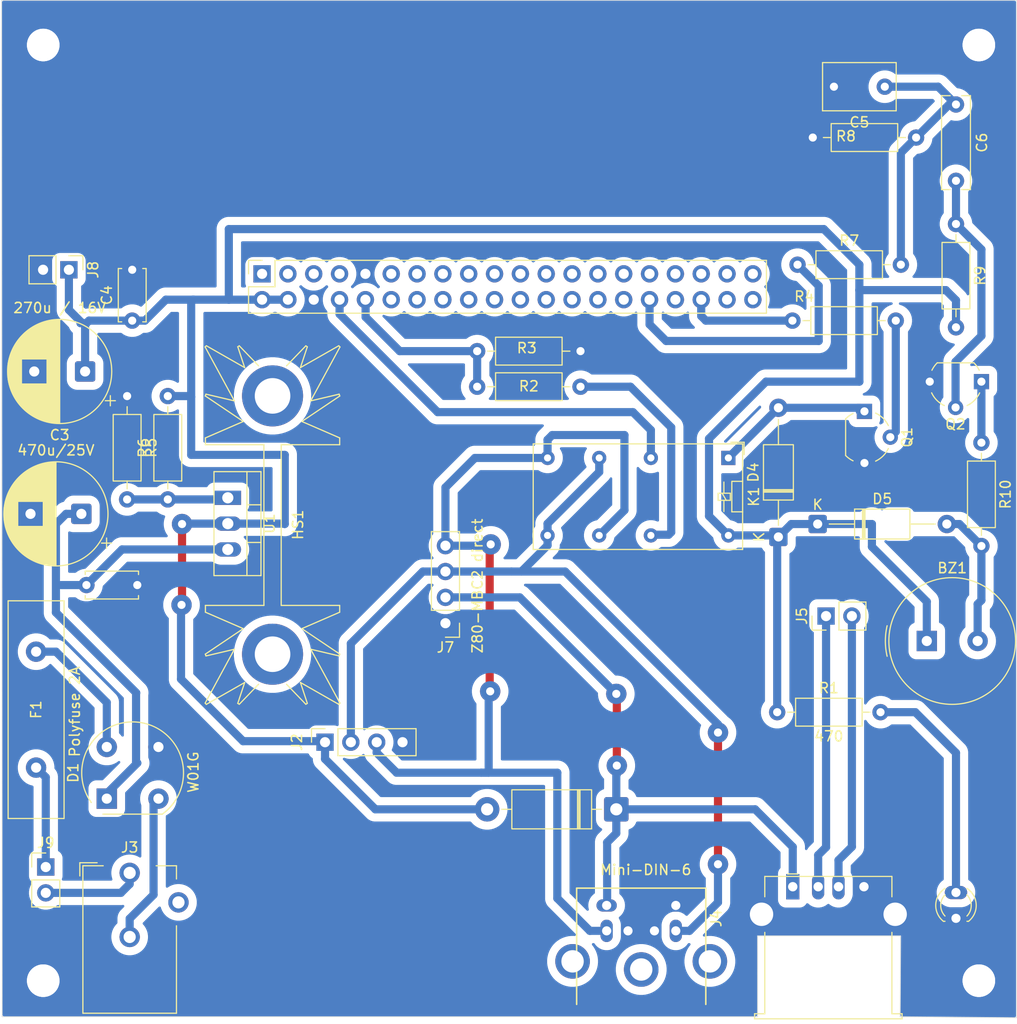
<source format=kicad_pcb>
(kicad_pcb (version 20241229) (generator "pcbnew") (generator_version "9.0")
  (title_block (date "15 nov 2012"))
  (layers (0 "F.Cu" signal) (2 "B.Cu" signal) (13 "F.Paste" user) (15 "B.Paste" user) (5 "F.SilkS" user "F.Silkscreen") (7 "B.SilkS" user "B.Silkscreen") (1 "F.Mask" user) (3 "B.Mask" user) (25 "Edge.Cuts" user))
  (net 0 "")
  (net 1 "GND")
  (net 2 "/GPIO2{slash}SDA1")
  (net 3 "/GPIO3{slash}SCL1")
  (net 4 "/GPIO4{slash}GPCLK0")
  (net 5 "/GPIO14{slash}TXD0")
  (net 6 "/GPIO15{slash}RXD0")
  (net 7 "/GPIO17")
  (net 8 "/GPIO18{slash}PCM.CLK")
  (net 9 "/GPIO27")
  (net 10 "/GPIO22")
  (net 11 "/GPIO23")
  (net 12 "/GPIO26")
  (net 13 "/GPIO24")
  (net 14 "/GPIO10{slash}SPI0.MOSI")
  (net 15 "/GPIO9{slash}SPI0.MISO")
  (net 16 "/GPIO25")
  (net 17 "/GPIO11{slash}SPI0.SCLK")
  (net 18 "/GPIO8{slash}SPI0.CE0")
  (net 19 "/GPIO7{slash}SPI0.CE1")
  (net 20 "/ID_SDA")
  (net 21 "/ID_SCL")
  (net 22 "/GPIO5")
  (net 23 "/GPIO6")
  (net 24 "Net-(C5-Pad1)")
  (net 25 "/GPIO13{slash}PWM1")
  (net 26 "/GPIO19{slash}PCM.FS")
  (net 27 "/GPIO16")
  (net 28 "/GPIO20{slash}PCM.DIN")
  (net 29 "/GPIO21{slash}PCM.DOUT")
  (net 30 "+5V")
  (net 31 "+3V3")
  (net 35 "Net-(D1-+)")
  (net 36 "Net-(J3-Ext)")
  (net 37 "Net-(D1-Pad4)")
  (net 38 "Net-(J3-In)")
  (net 39 "Net-(J5-Pin_1)")
  (net 40 "Net-(J5-Pin_2)")
  (net 41 "Net-(D3-K)")
  (net 48 "Net-(J9-Pin_1)")
  (net 49 "Net-(J2-Pin_3)")
  (net 50 "Net-(J2-Pin_2)")
  (net 51 "Net-(D4-A)")
  (net 52 "Net-(Q1-B)")
  (net 53 "Net-(D2-A)")
  (net 54 "Net-(U1-ADJ)")
  (net 55 "Net-(Q2-B)")
  (net 56 "Sound")
  (net 57 "Net-(Q2-C)")
  (net 58 "Net-(K1-Pad13)")
  (net 59 "Net-(BZ1--)")
  (footprint "Connector_PinSocket_2.54mm:PinSocket_2x20_P2.54mm_Vertical" (layer "F.Cu") (at 124.77 95.4 90)
    (property "Reference" "J1" (hide yes))
    (property "Value" "GPIO" (hide yes))
    (pad "1" thru_hole rect (at 0 0 90) (size 1.7 1.7) (drill 1) (layers "*.Cu" "*.Mask") (net 31 "+3V3"))
    (pad "2" thru_hole oval (at -2.54 0 90) (size 1.7 1.7) (drill 1) (layers "*.Cu" "*.Mask") (net 30 "+5V"))
    (pad "3" thru_hole oval (at 0 2.54 90) (size 1.7 1.7) (drill 1) (layers "*.Cu" "*.Mask") (net 2 "/GPIO2{slash}SDA1"))
    (pad "4" thru_hole oval (at -2.54 2.54 90) (size 1.7 1.7) (drill 1) (layers "*.Cu" "*.Mask") (net 30 "+5V"))
    (pad "5" thru_hole oval (at 0 5.08 90) (size 1.7 1.7) (drill 1) (layers "*.Cu" "*.Mask") (net 3 "/GPIO3{slash}SCL1"))
    (pad "6" thru_hole oval (at -2.54 5.08 90) (size 1.7 1.7) (drill 1) (layers "*.Cu" "*.Mask") (net 1 "GND"))
    (pad "7" thru_hole oval (at 0 7.62 90) (size 1.7 1.7) (drill 1) (layers "*.Cu" "*.Mask") (net 4 "/GPIO4{slash}GPCLK0"))
    (pad "8" thru_hole oval (at -2.54 7.62 90) (size 1.7 1.7) (drill 1) (layers "*.Cu" "*.Mask") (net 5 "/GPIO14{slash}TXD0"))
    (pad "9" thru_hole oval (at 0 10.16 90) (size 1.7 1.7) (drill 1) (layers "*.Cu" "*.Mask") (net 1 "GND"))
    (pad "10" thru_hole oval (at -2.54 10.16 90) (size 1.7 1.7) (drill 1) (layers "*.Cu" "*.Mask") (net 6 "/GPIO15{slash}RXD0"))
    (pad "11" thru_hole oval (at 0 12.7 90) (size 1.7 1.7) (drill 1) (layers "*.Cu" "*.Mask") (net 7 "/GPIO17"))
    (pad "12" thru_hole oval (at -2.54 12.7 90) (size 1.7 1.7) (drill 1) (layers "*.Cu" "*.Mask") (net 8 "/GPIO18{slash}PCM.CLK"))
    (pad "13" thru_hole oval (at 0 15.24 90) (size 1.7 1.7) (drill 1) (layers "*.Cu" "*.Mask") (net 9 "/GPIO27"))
    (pad "14" thru_hole oval (at -2.54 15.24 90) (size 1.7 1.7) (drill 1) (layers "*.Cu" "*.Mask"))
    (pad "15" thru_hole oval (at 0 17.78 90) (size 1.7 1.7) (drill 1) (layers "*.Cu" "*.Mask") (net 10 "/GPIO22"))
    (pad "16" thru_hole oval (at -2.54 17.78 90) (size 1.7 1.7) (drill 1) (layers "*.Cu" "*.Mask") (net 11 "/GPIO23"))
    (pad "17" thru_hole oval (at 0 20.32 90) (size 1.7 1.7) (drill 1) (layers "*.Cu" "*.Mask"))
    (pad "18" thru_hole oval (at -2.54 20.32 90) (size 1.7 1.7) (drill 1) (layers "*.Cu" "*.Mask") (net 13 "/GPIO24"))
    (pad "19" thru_hole oval (at 0 22.86 90) (size 1.7 1.7) (drill 1) (layers "*.Cu" "*.Mask") (net 14 "/GPIO10{slash}SPI0.MOSI"))
    (pad "20" thru_hole oval (at -2.54 22.86 90) (size 1.7 1.7) (drill 1) (layers "*.Cu" "*.Mask"))
    (pad "21" thru_hole oval (at 0 25.4 90) (size 1.7 1.7) (drill 1) (layers "*.Cu" "*.Mask") (net 15 "/GPIO9{slash}SPI0.MISO"))
    (pad "22" thru_hole oval (at -2.54 25.4 90) (size 1.7 1.7) (drill 1) (layers "*.Cu" "*.Mask") (net 16 "/GPIO25"))
    (pad "23" thru_hole oval (at 0 27.94 90) (size 1.7 1.7) (drill 1) (layers "*.Cu" "*.Mask") (net 17 "/GPIO11{slash}SPI0.SCLK"))
    (pad "24" thru_hole oval (at -2.54 27.94 90) (size 1.7 1.7) (drill 1) (layers "*.Cu" "*.Mask") (net 18 "/GPIO8{slash}SPI0.CE0"))
    (pad "25" thru_hole oval (at 0 30.48 90) (size 1.7 1.7) (drill 1) (layers "*.Cu" "*.Mask"))
    (pad "26" thru_hole oval (at -2.54 30.48 90) (size 1.7 1.7) (drill 1) (layers "*.Cu" "*.Mask") (net 19 "/GPIO7{slash}SPI0.CE1"))
    (pad "27" thru_hole oval (at 0 33.02 90) (size 1.7 1.7) (drill 1) (layers "*.Cu" "*.Mask") (net 20 "/ID_SDA"))
    (pad "28" thru_hole oval (at -2.54 33.02 90) (size 1.7 1.7) (drill 1) (layers "*.Cu" "*.Mask") (net 21 "/ID_SCL"))
    (pad "29" thru_hole oval (at 0 35.56 90) (size 1.7 1.7) (drill 1) (layers "*.Cu" "*.Mask") (net 22 "/GPIO5"))
    (pad "30" thru_hole oval (at -2.54 35.56 90) (size 1.7 1.7) (drill 1) (layers "*.Cu" "*.Mask"))
    (pad "31" thru_hole oval (at 0 38.1 90) (size 1.7 1.7) (drill 1) (layers "*.Cu" "*.Mask") (net 23 "/GPIO6"))
    (pad "32" thru_hole oval (at -2.54 38.1 90) (size 1.7 1.7) (drill 1) (layers "*.Cu" "*.Mask") (net 56 "Sound"))
    (pad "33" thru_hole oval (at 0 40.64 90) (size 1.7 1.7) (drill 1) (layers "*.Cu" "*.Mask") (net 25 "/GPIO13{slash}PWM1"))
    (pad "34" thru_hole oval (at -2.54 40.64 90) (size 1.7 1.7) (drill 1) (layers "*.Cu" "*.Mask"))
    (pad "35" thru_hole oval (at 0 43.18 90) (size 1.7 1.7) (drill 1) (layers "*.Cu" "*.Mask") (net 26 "/GPIO19{slash}PCM.FS"))
    (pad "36" thru_hole oval (at -2.54 43.18 90) (size 1.7 1.7) (drill 1) (layers "*.Cu" "*.Mask") (net 27 "/GPIO16"))
    (pad "37" thru_hole oval (at 0 45.72 90) (size 1.7 1.7) (drill 1) (layers "*.Cu" "*.Mask") (net 12 "/GPIO26"))
    (pad "38" thru_hole oval (at -2.54 45.72 90) (size 1.7 1.7) (drill 1) (layers "*.Cu" "*.Mask") (net 28 "/GPIO20{slash}PCM.DIN"))
    (pad "39" thru_hole oval (at 0 48.26 90) (size 1.7 1.7) (drill 1) (layers "*.Cu" "*.Mask"))
    (pad "40" thru_hole oval (at -2.54 48.26 90) (size 1.7 1.7) (drill 1) (layers "*.Cu" "*.Mask") (net 29 "/GPIO21{slash}PCM.DOUT"))
  )
  (footprint "Resistor_THT:R_Axial_DIN0207_L6.3mm_D2.5mm_P10.16mm_Horizontal" (layer "F.Cu") (at 111.5 107.42 -90)
    (property "Reference" "R5" (at 5.08 -2.37 90) (layer "F.SilkS"))
    (property "Value" "680")
    (pad "1" thru_hole circle (at 0 0 270) (size 1.6 1.6) (drill 0.8) (layers "*.Cu" "*.Mask") (net 1 "GND"))
    (pad "2" thru_hole circle (at 10.16 0 270) (size 1.6 1.6) (drill 0.8) (layers "*.Cu" "*.Mask") (net 54 "Net-(U1-ADJ)"))
  )
  (footprint "MountingHole:MountingHole_3.2mm_M3" (layer "F.Cu") (at 103.25 164.9)
    (property "Reference" "H3" (hide yes))
    (property "Value" "MountingHole" (hide yes))
    (pad "" np_thru_hole circle (at 0 0) (size 3.2 3.2) (drill 3.2) (layers "*.Cu" "*.Mask"))
  )
  (footprint "Connector_PinSocket_2.54mm:PinSocket_1x04_P2.54mm_Vertical" (layer "F.Cu") (at 130.96 141.45 90)
    (property "Reference" "J2" (at 0 -2.77 90) (layer "F.SilkS"))
    (property "Value" "RS232" (hide yes))
    (pad "1" thru_hole rect (at 0 0 90) (size 1.7 1.7) (drill 1) (layers "*.Cu" "*.Mask") (net 30 "+5V"))
    (pad "2" thru_hole circle (at 0 2.54 90) (size 1.7 1.7) (drill 1) (layers "*.Cu" "*.Mask") (net 50 "Net-(J2-Pin_2)"))
    (pad "3" thru_hole circle (at 0 5.08 90) (size 1.7 1.7) (drill 1) (layers "*.Cu" "*.Mask") (net 49 "Net-(J2-Pin_3)"))
    (pad "4" thru_hole circle (at 0 7.62 90) (size 1.7 1.7) (drill 1) (layers "*.Cu" "*.Mask") (net 1 "GND"))
  )
  (footprint "Package_TO_SOT_THT:TO-92_Wide" (layer "F.Cu") (at 184 108.92 -90)
    (property "Reference" "Q1" (at 2.55 -4.19 90) (layer "F.SilkS"))
    (property "Value" "BC546")
    (pad "1" thru_hole rect (at 0 0 270) (size 1.5 1.5) (drill 0.8) (layers "*.Cu" "*.Mask") (net 51 "Net-(D4-A)"))
    (pad "2" thru_hole circle (at 2.54 -2.54 270) (size 1.5 1.5) (drill 0.8) (layers "*.Cu" "*.Mask") (net 52 "Net-(Q1-B)"))
    (pad "3" thru_hole circle (at 5.08 0 270) (size 1.5 1.5) (drill 0.8) (layers "*.Cu" "*.Mask") (net 1 "GND"))
  )
  (footprint "Capacitor_THT:C_Rect_L9.0mm_W2.6mm_P7.50mm_MKT" (layer "F.Cu") (at 193 78.75 -90)
    (property "Reference" "C6" (at 3.75 -2.55 90) (layer "F.SilkS"))
    (property "Value" "10u")
    (pad "1" thru_hole circle (at 0 0 270) (size 1.6 1.6) (drill 0.8) (layers "*.Cu" "*.Mask") (net 24 "Net-(C5-Pad1)"))
    (pad "2" thru_hole circle (at 7.5 0 270) (size 1.6 1.6) (drill 0.8) (layers "*.Cu" "*.Mask") (net 55 "Net-(Q2-B)"))
  )
  (footprint "Package_TO_SOT_THT:TO-220-3_Vertical" (layer "F.Cu") (at 121.4 117.42 -90)
    (property "Reference" "U1" (at 2.54 -4.1 90) (layer "F.SilkS"))
    (property "Value" "LM350_TO220")
    (pad "1" thru_hole rect (at 0 0 270) (size 1.4 2.6) (drill 1.1) (layers "*.Cu" "*.Mask") (net 54 "Net-(U1-ADJ)"))
    (pad "2" thru_hole oval (at 2.54 0 270) (size 1.4 2.6) (drill 1.1) (layers "*.Cu" "*.Mask") (net 30 "+5V"))
    (pad "3" thru_hole oval (at 5.08 0 270) (size 1.4 2.6) (drill 1.1) (layers "*.Cu" "*.Mask") (net 35 "Net-(D1-+)"))
  )
  (footprint "Capacitor_THT:C_Rect_L7.0mm_W4.5mm_P5.00mm" (layer "F.Cu") (at 186 77 180)
    (property "Reference" "C5" (at 2.5 -3.5 0) (layer "F.SilkS"))
    (property "Value" "22n")
    (pad "1" thru_hole circle (at 0 0 180) (size 1.6 1.6) (drill 0.8) (layers "*.Cu" "*.Mask") (net 24 "Net-(C5-Pad1)"))
    (pad "2" thru_hole circle (at 5 0 180) (size 1.6 1.6) (drill 0.8) (layers "*.Cu" "*.Mask") (net 1 "GND"))
  )
  (footprint "Capacitor_THT:CP_Radial_D10.0mm_P5.00mm" (layer "F.Cu") (at 107.367677 105 180)
    (property "Reference" "C3" (at 2.5 -6.25 0) (layer "F.SilkS"))
    (property "Value" "270u / 16V" (at 2.5 6.25 0) (layer "F.SilkS"))
    (pad "1" thru_hole roundrect (at 0 0 180) (size 2 2) (drill 1) (layers "*.Cu" "*.Mask") (roundrect_rratio 0.125) (net 30 "+5V"))
    (pad "2" thru_hole circle (at 5 0 180) (size 2 2) (drill 1) (layers "*.Cu" "*.Mask") (net 1 "GND"))
  )
  (footprint "Fuse:Fuse_Littelfuse-LVR125" (layer "F.Cu") (at 102.55 143.95 90)
    (property "Reference" "F1" (at 5.7 0 90) (layer "F.SilkS"))
    (property "Value" "Polyfuse 2A" (at 5.5 3.8 90) (layer "F.SilkS"))
    (pad "1" thru_hole circle (at 0 0 90) (size 2 2) (drill 1) (layers "*.Cu" "*.Mask") (net 48 "Net-(J9-Pin_1)"))
    (pad "2" thru_hole circle (at 11.4 0 90) (size 2 2) (drill 1) (layers "*.Cu" "*.Mask") (net 37 "Net-(D1-Pad4)"))
  )
  (footprint "Mini_DIN6:J_Mini-DIN-6" (layer "F.Cu") (at 162.05 168.5 180)
    (property "Reference" "J4" (at -7.3795 9.7252 90) (layer "F.SilkS"))
    (property "Value" "Mini-DIN-6" (at -0.45 14.5 0) (layer "F.SilkS"))
    (pad "1" thru_hole oval (at -1.3 8.5 180) (size 1.2 2.2) (drill 0.9) (layers "*.Cu" "*.Mask") (net 1 "GND"))
    (pad "2" thru_hole oval (at 1.3 8.5 180) (size 1.2 2.2) (drill 0.9) (layers "*.Cu" "*.Mask") (net 1 "GND"))
    (pad "3" thru_hole oval (at -3.4 8.5 180) (size 1.2 2.2) (drill 0.9) (layers "*.Cu" "*.Mask") (net 50 "Net-(J2-Pin_2)"))
    (pad "4" thru_hole oval (at 3.4 8.5 180) (size 1.2 2.2) (drill 0.9) (layers "*.Cu" "*.Mask") (net 49 "Net-(J2-Pin_3)"))
    (pad "5" thru_hole oval (at -3.4 11 180) (size 2 1.2) (drill 0.9) (layers "*.Cu" "*.Mask") (net 1 "GND"))
    (pad "6" thru_hole oval (at 3.4 11 180) (size 2 1.2) (drill 0.9) (layers "*.Cu" "*.Mask") (net 41 "Net-(D3-K)"))
    (pad "C1" thru_hole circle (at -6.75 5.5 180) (size 3.4 3.4) (drill 2.2) (layers "*.Cu" "*.Mask"))
    (pad "C2" thru_hole circle (at 6.75 5.5 180) (size 3.4 3.4) (drill 2.2) (layers "*.Cu" "*.Mask"))
    (pad "SH" thru_hole circle (at 0 4.7 180) (size 3.4 3.4) (drill 2.2) (layers "*.Cu" "*.Mask"))
  )
  (footprint "LED_THT:LED_D3.0mm" (layer "F.Cu") (at 193 158.77 90)
    (property "Reference" "D2" (hide yes))
    (property "Value" "Power")
    (pad "1" thru_hole rect (at 0 0 90) (size 1.3 2.2) (drill 0.9) (layers "*.Cu" "*.Mask") (net 1 "GND"))
    (pad "2" thru_hole oval (at 2.54 0 90) (size 1.3 2.2) (drill 0.9) (layers "*.Cu" "*.Mask") (net 53 "Net-(D2-A)"))
  )
  (footprint "Package_TO_SOT_THT:TO-92_Wide" (layer "F.Cu") (at 195.5 106 180)
    (property "Reference" "Q2" (at 2.55 -4.19 180) (layer "F.SilkS"))
    (property "Value" "BC546")
    (pad "1" thru_hole rect (at 0 0 180) (size 1.5 1.5) (drill 0.8) (layers "*.Cu" "*.Mask") (net 57 "Net-(Q2-C)"))
    (pad "2" thru_hole circle (at 2.54 -2.54 180) (size 1.5 1.5) (drill 0.8) (layers "*.Cu" "*.Mask") (net 55 "Net-(Q2-B)"))
    (pad "3" thru_hole circle (at 5.08 0 180) (size 1.5 1.5) (drill 0.8) (layers "*.Cu" "*.Mask") (net 1 "GND"))
  )
  (footprint "Resistor_THT:R_Axial_DIN0207_L6.3mm_D2.5mm_P10.16mm_Horizontal" (layer "F.Cu") (at 178.92 82)
    (property "Reference" "R8" (at 3.26 -0.13 0) (layer "F.SilkS"))
    (property "Value" "150")
    (pad "1" thru_hole circle (at 0 0) (size 1.6 1.6) (drill 0.8) (layers "*.Cu" "*.Mask") (net 1 "GND"))
    (pad "2" thru_hole circle (at 10.16 0) (size 1.6 1.6) (drill 0.8) (layers "*.Cu" "*.Mask") (net 24 "Net-(C5-Pad1)"))
  )
  (footprint "Resistor_THT:R_Axial_DIN0207_L6.3mm_D2.5mm_P10.16mm_Horizontal" (layer "F.Cu") (at 156.08 103 180)
    (property "Reference" "R3" (at 5.28 0.3 0) (layer "F.SilkS"))
    (property "Value" "1.5k" (hide yes))
    (pad "1" thru_hole circle (at 0 0 180) (size 1.6 1.6) (drill 0.8) (layers "*.Cu" "*.Mask") (net 1 "GND"))
    (pad "2" thru_hole circle (at 10.16 0 180) (size 1.6 1.6) (drill 0.8) (layers "*.Cu" "*.Mask") (net 6 "/GPIO15{slash}RXD0"))
  )
  (footprint "Diode_THT:D_A-405_P12.70mm_Horizontal" (layer "F.Cu") (at 179.4 120)
    (property "Reference" "D5" (at 6.35 -2.47 0) (layer "F.SilkS"))
    (property "Value" "1N4148")
    (fp_text user "K" (at 0 -1.9 0) (layer "F.SilkS"))
    (pad "1" thru_hole roundrect (at 0 0) (size 1.8 1.8) (drill 0.9) (layers "*.Cu" "*.Mask") (roundrect_rratio 0.138889) (net 30 "+5V"))
    (pad "2" thru_hole circle (at 12.7 0) (size 1.8 1.8) (drill 0.9) (layers "*.Cu" "*.Mask") (net 59 "Net-(BZ1--)"))
  )
  (footprint "MountingHole:MountingHole_3.2mm_M3" (layer "F.Cu") (at 195.25 72.9)
    (property "Reference" "H2" (hide yes))
    (property "Value" "MountingHole" (hide yes))
    (pad "" np_thru_hole circle (at 0 0) (size 3.2 3.2) (drill 3.2) (layers "*.Cu" "*.Mask"))
  )
  (footprint "Connector_PinHeader_2.54mm:PinHeader_1x02_P2.54mm_Vertical" (layer "F.Cu") (at 105.775 95 -90)
    (property "Reference" "J8" (at 0 -2.38 90) (layer "F.SilkS"))
    (property "Value" "LCD Power")
    (pad "1" thru_hole rect (at 0 0 270) (size 1.7 1.7) (drill 1) (layers "*.Cu" "*.Mask") (net 30 "+5V"))
    (pad "2" thru_hole circle (at 0 2.54 270) (size 1.7 1.7) (drill 1) (layers "*.Cu" "*.Mask") (net 1 "GND"))
  )
  (footprint "MountingHole:MountingHole_3.2mm_M3" (layer "F.Cu") (at 103.25 72.9)
    (property "Reference" "H1" (hide yes))
    (property "Value" "MountingHole" (hide yes))
    (pad "" np_thru_hole circle (at 0 0) (size 3.2 3.2) (drill 3.2) (layers "*.Cu" "*.Mask"))
  )
  (footprint "Connector_BarrelJack:BarrelJack_GCT_DCJ200-10-A_Horizontal" (layer "F.Cu") (at 111.75 154.3)
    (property "Reference" "J3" (at 0 -2.5 0) (layer "F.SilkS"))
    (property "Value" "Ext. Power max,. 9V DC/AC")
    (pad "1" thru_hole circle (at 0 0) (size 2 2) (drill 1.2) (layers "*.Cu" "*.Mask") (net 38 "Net-(J3-In)"))
    (pad "2" thru_hole circle (at 0 6.3) (size 2 2) (drill 1.2) (layers "*.Cu" "*.Mask") (net 36 "Net-(J3-Ext)"))
    (pad "3" thru_hole oval (at 4.8 2.9) (size 2 2) (drill 1.2) (layers "*.Cu" "*.Mask"))
  )
  (footprint "Relay_THT:Relay_DPDT_Omron_G5V-2" (layer "F.Cu") (at 170.62 113.5 -90)
    (property "Reference" "K1" (at 3.81 -2.5 90) (layer "F.SilkS"))
    (property "Value" "G5V-2" (hide yes))
    (pad "1" thru_hole rect (at 0 0 270) (size 1.4 1.4) (drill 0.7) (layers "*.Cu" "*.Mask") (net 51 "Net-(D4-A)"))
    (pad "4" thru_hole circle (at 0 7.62 270) (size 1.4 1.4) (drill 0.7) (layers "*.Cu" "*.Mask") (net 5 "/GPIO14{slash}TXD0"))
    (pad "6" thru_hole circle (at 0 12.7 270) (size 1.4 1.4) (drill 0.7) (layers "*.Cu" "*.Mask") (net 50 "Net-(J2-Pin_2)"))
    (pad "8" thru_hole circle (at 0 17.78 270) (size 1.4 1.4) (drill 0.7) (layers "*.Cu" "*.Mask") (net 49 "Net-(J2-Pin_3)"))
    (pad "9" thru_hole circle (at 7.62 17.78 270) (size 1.4 1.4) (drill 0.7) (layers "*.Cu" "*.Mask") (net 50 "Net-(J2-Pin_2)"))
    (pad "11" thru_hole circle (at 7.62 12.7 270) (size 1.4 1.4) (drill 0.7) (layers "*.Cu" "*.Mask") (net 49 "Net-(J2-Pin_3)"))
    (pad "13" thru_hole circle (at 7.62 7.62 270) (size 1.4 1.4) (drill 0.7) (layers "*.Cu" "*.Mask") (net 58 "Net-(K1-Pad13)"))
    (pad "16" thru_hole circle (at 7.62 0 270) (size 1.4 1.4) (drill 0.7) (layers "*.Cu" "*.Mask") (net 30 "+5V"))
  )
  (footprint "Resistor_THT:R_Axial_DIN0207_L6.3mm_D2.5mm_P10.16mm_Horizontal" (layer "F.Cu") (at 176.92 100)
    (property "Reference" "R4" (at 1.16 -2.37 0) (layer "F.SilkS"))
    (property "Value" "1k")
    (pad "1" thru_hole circle (at 0 0) (size 1.6 1.6) (drill 0.8) (layers "*.Cu" "*.Mask") (net 27 "/GPIO16"))
    (pad "2" thru_hole circle (at 10.16 0) (size 1.6 1.6) (drill 0.8) (layers "*.Cu" "*.Mask") (net 52 "Net-(Q1-B)"))
  )
  (footprint "Connector_PinHeader_2.54mm:PinHeader_1x02_P2.54mm_Vertical" (layer "F.Cu") (at 180.225 129.05 90)
    (property "Reference" "J5" (at 0 -2.38 90) (layer "F.SilkS"))
    (property "Value" "to Testpins 22(DM) and TP23(DP)")
    (pad "1" thru_hole rect (at 0 0 90) (size 1.7 1.7) (drill 1) (layers "*.Cu" "*.Mask") (net 39 "Net-(J5-Pin_1)"))
    (pad "2" thru_hole circle (at 0 2.54 90) (size 1.7 1.7) (drill 1) (layers "*.Cu" "*.Mask") (net 40 "Net-(J5-Pin_2)"))
  )
  (footprint "Buzzer_Beeper:Buzzer_TDK_PS1240P02BT_D12.2mm_H6.5mm" (layer "F.Cu") (at 190.129216 131.5)
    (property "Reference" "BZ1" (at 2.5 -7.17 0) (layer "F.SilkS"))
    (property "Value" "Buzzer")
    (pad "1" thru_hole rect (at 0 0) (size 2 2) (drill 1) (layers "*.Cu" "*.Mask") (net 30 "+5V"))
    (pad "2" thru_hole circle (at 5 0) (size 2 2) (drill 1) (layers "*.Cu" "*.Mask") (net 59 "Net-(BZ1--)"))
  )
  (footprint "Capacitor_THT:C_Disc_D5.0mm_W2.5mm_P5.00mm" (layer "F.Cu") (at 107.5 126)
    (property "Reference" "C2" (hide yes))
    (property "Value" "0,1u" (hide yes))
    (pad "1" thru_hole circle (at 0 0) (size 1.6 1.6) (drill 0.8) (layers "*.Cu" "*.Mask") (net 35 "Net-(D1-+)"))
    (pad "2" thru_hole circle (at 5 0) (size 1.6 1.6) (drill 0.8) (layers "*.Cu" "*.Mask") (net 1 "GND"))
  )
  (footprint "Diode_THT:Diode_Bridge_Round_D9.8mm" (layer "F.Cu") (at 109.5 147 90)
    (property "Reference" "D1" (at 2.54 -3.302 90) (layer "F.SilkS"))
    (property "Value" "W01G" (at 2.6035 8.509 90) (layer "F.SilkS"))
    (pad "1" thru_hole rect (at 0 0 90) (size 2 2) (drill 1) (layers "*.Cu" "*.Mask") (net 35 "Net-(D1-+)"))
    (pad "2" thru_hole oval (at 0 5.08 90) (size 2 2) (drill 1) (layers "*.Cu" "*.Mask") (net 36 "Net-(J3-Ext)"))
    (pad "3" thru_hole oval (at 5.08 5.08 90) (size 2 2) (drill 1) (layers "*.Cu" "*.Mask") (net 1 "GND"))
    (pad "4" thru_hole oval (at 5.08 0 90) (size 2 2) (drill 1) (layers "*.Cu" "*.Mask") (net 37 "Net-(D1-Pad4)"))
  )
  (footprint "Diode_THT:D_A-405_P12.70mm_Horizontal" (layer "F.Cu") (at 175.54 121.27 90)
    (property "Reference" "D4" (at 6.35 -2.47 90) (layer "F.SilkS"))
    (property "Value" "1N4148")
    (fp_text user "K" (at 0 -1.9 90) (layer "F.SilkS"))
    (pad "1" thru_hole roundrect (at 0 0 90) (size 1.8 1.8) (drill 0.9) (layers "*.Cu" "*.Mask") (roundrect_rratio 0.138889) (net 30 "+5V"))
    (pad "2" thru_hole circle (at 12.7 0 90) (size 1.8 1.8) (drill 0.9) (layers "*.Cu" "*.Mask") (net 51 "Net-(D4-A)"))
  )
  (footprint "Diode_THT:D_DO-15_P12.70mm_Horizontal" (layer "F.Cu") (at 159.6 148.05 180)
    (property "Reference" "D3" (hide yes))
    (property "Value" "D_Schottky" (hide yes))
    (pad "1" thru_hole roundrect (at 0 0 180) (size 2.4 2.4) (drill 1.2) (layers "*.Cu" "*.Mask") (roundrect_rratio 0.104167) (net 41 "Net-(D3-K)"))
    (pad "2" thru_hole circle (at 12.7 0 180) (size 2.4 2.4) (drill 1.2) (layers "*.Cu" "*.Mask") (net 30 "+5V"))
  )
  (footprint "Resistor_THT:R_Axial_DIN0207_L6.3mm_D2.5mm_P10.16mm_Horizontal" (layer "F.Cu") (at 175.42 138.5)
    (property "Reference" "R1" (at 5.08 -2.37 0) (layer "F.SilkS"))
    (property "Value" "470" (at 5.08 2.37 0) (layer "F.SilkS"))
    (pad "1" thru_hole circle (at 0 0) (size 1.6 1.6) (drill 0.8) (layers "*.Cu" "*.Mask") (net 30 "+5V"))
    (pad "2" thru_hole circle (at 10.16 0) (size 1.6 1.6) (drill 0.8) (layers "*.Cu" "*.Mask") (net 53 "Net-(D2-A)"))
  )
  (footprint "Resistor_THT:R_Axial_DIN0207_L6.3mm_D2.5mm_P10.16mm_Horizontal" (layer "F.Cu") (at 195.5 112 -90)
    (property "Reference" "R10" (at 5.08 -2.37 90) (layer "F.SilkS"))
    (property "Value" "10")
    (pad "1" thru_hole circle (at 0 0 270) (size 1.6 1.6) (drill 0.8) (layers "*.Cu" "*.Mask") (net 57 "Net-(Q2-C)"))
    (pad "2" thru_hole circle (at 10.16 0 270) (size 1.6 1.6) (drill 0.8) (layers "*.Cu" "*.Mask") (net 59 "Net-(BZ1--)"))
  )
  (footprint "Connector_PinHeader_2.54mm:PinHeader_1x04_P2.54mm_Vertical" (layer "F.Cu") (at 142.8 129.75 180)
    (property "Reference" "J7" (at 0 -2.38 0) (layer "F.SilkS"))
    (property "Value" "Z80-MBC2 direct" (at -3.15 3.66 90) (layer "F.SilkS"))
    (pad "1" thru_hole rect (at 0 0 180) (size 1.7 1.7) (drill 1) (layers "*.Cu" "*.Mask") (net 1 "GND"))
    (pad "2" thru_hole circle (at 0 2.54 180) (size 1.7 1.7) (drill 1) (layers "*.Cu" "*.Mask") (net 41 "Net-(D3-K)"))
    (pad "3" thru_hole circle (at 0 5.08 180) (size 1.7 1.7) (drill 1) (layers "*.Cu" "*.Mask") (net 50 "Net-(J2-Pin_2)"))
    (pad "4" thru_hole circle (at 0 7.62 180) (size 1.7 1.7) (drill 1) (layers "*.Cu" "*.Mask") (net 49 "Net-(J2-Pin_3)"))
  )
  (footprint "Resistor_THT:R_Axial_DIN0207_L6.3mm_D2.5mm_P10.16mm_Horizontal" (layer "F.Cu") (at 193 90.5 -90)
    (property "Reference" "R9" (at 5.08 -2.37 90) (layer "F.SilkS"))
    (property "Value" "15k")
    (pad "1" thru_hole circle (at 0 0 270) (size 1.6 1.6) (drill 0.8) (layers "*.Cu" "*.Mask") (net 55 "Net-(Q2-B)"))
    (pad "2" thru_hole circle (at 10.16 0 270) (size 1.6 1.6) (drill 0.8) (layers "*.Cu" "*.Mask") (net 30 "+5V"))
  )
  (footprint "Capacitor_THT:CP_Radial_D10.0mm_P5.00mm" (layer "F.Cu") (at 107 119 180)
    (property "Reference" "C1" (at 3.4 -3.05 0) (layer "F.SilkS"))
    (property "Value" "470u/25V" (at 2.5 6.25 0) (layer "F.SilkS"))
    (pad "1" thru_hole roundrect (at 0 0 180) (size 2 2) (drill 1) (layers "*.Cu" "*.Mask") (roundrect_rratio 0.125) (net 35 "Net-(D1-+)"))
    (pad "2" thru_hole circle (at 5 0 180) (size 2 2) (drill 1) (layers "*.Cu" "*.Mask") (net 1 "GND"))
  )
  (footprint "Connector_USB:USB_A_Stewart_SS-52100-001_Horizontal" (layer "F.Cu") (at 176.95 155.66)
    (property "Reference" "J6" (hide yes))
    (property "Value" "USB_A")
    (pad "1" thru_hole rect (at 0 0) (size 1.3 2.5) (drill 0.92) (layers "*.Cu" "*.Mask") (net 41 "Net-(D3-K)"))
    (pad "2" thru_hole oval (at 2.5 0) (size 1.2 2.5) (drill 0.92) (layers "*.Cu" "*.Mask") (net 39 "Net-(J5-Pin_1)"))
    (pad "3" thru_hole oval (at 4.5 0) (size 1.2 2.5) (drill 0.92) (layers "*.Cu" "*.Mask") (net 40 "Net-(J5-Pin_2)"))
    (pad "4" thru_hole oval (at 7 0) (size 1.5 2.5) (drill 0.92) (layers "*.Cu" "*.Mask") (net 1 "GND"))
    (pad "5" thru_hole circle (at -3.07 2.71) (size 3 3) (drill 2.3) (layers "*.Cu" "*.Mask") (net 1 "GND"))
    (pad "5" thru_hole circle (at 10.07 2.71) (size 3 3) (drill 2.3) (layers "*.Cu" "*.Mask") (net 1 "GND"))
  )
  (footprint "Capacitor_THT:C_Disc_D5.0mm_W2.5mm_P5.00mm" (layer "F.Cu") (at 112 100 90)
    (property "Reference" "C4" (at 2.5 -2.5 90) (layer "F.SilkS"))
    (property "Value" "0,1u")
    (pad "1" thru_hole circle (at 0 0 90) (size 1.6 1.6) (drill 0.8) (layers "*.Cu" "*.Mask") (net 30 "+5V"))
    (pad "2" thru_hole circle (at 5 0 90) (size 1.6 1.6) (drill 0.8) (layers "*.Cu" "*.Mask") (net 1 "GND"))
  )
  (footprint "Resistor_THT:R_Axial_DIN0207_L6.3mm_D2.5mm_P10.16mm_Horizontal" (layer "F.Cu") (at 115.5 117.58 90)
    (property "Reference" "R6" (at 5.08 -2.37 90) (layer "F.SilkS"))
    (property "Value" "220")
    (pad "1" thru_hole circle (at 0 0 90) (size 1.6 1.6) (drill 0.8) (layers "*.Cu" "*.Mask") (net 54 "Net-(U1-ADJ)"))
    (pad "2" thru_hole circle (at 10.16 0 90) (size 1.6 1.6) (drill 0.8) (layers "*.Cu" "*.Mask") (net 30 "+5V"))
  )
  (footprint "Resistor_THT:R_Axial_DIN0207_L6.3mm_D2.5mm_P10.16mm_Horizontal" (layer "F.Cu") (at 145.92 106.5)
    (property "Reference" "R2" (at 5.08 -0.05 0) (layer "F.SilkS"))
    (property "Value" "820")
    (pad "1" thru_hole circle (at 0 0) (size 1.6 1.6) (drill 0.8) (layers "*.Cu" "*.Mask") (net 6 "/GPIO15{slash}RXD0"))
    (pad "2" thru_hole circle (at 10.16 0) (size 1.6 1.6) (drill 0.8) (layers "*.Cu" "*.Mask") (net 58 "Net-(K1-Pad13)"))
  )
  (footprint "MountingHole:MountingHole_3.2mm_M3" (layer "F.Cu") (at 195.25 164.9)
    (property "Reference" "H4" (hide yes))
    (property "Value" "MountingHole" (hide yes))
    (pad "" np_thru_hole circle (at 0 0) (size 3.2 3.2) (drill 3.2) (layers "*.Cu" "*.Mask"))
  )
  (footprint "Resistor_THT:R_Axial_DIN0207_L6.3mm_D2.5mm_P10.16mm_Horizontal" (layer "F.Cu") (at 177.42 94.5)
    (property "Reference" "R7" (at 5.08 -2.37 0) (layer "F.SilkS"))
    (property "Value" "120")
    (pad "1" thru_hole circle (at 0 0) (size 1.6 1.6) (drill 0.8) (layers "*.Cu" "*.Mask") (net 56 "Sound"))
    (pad "2" thru_hole circle (at 10.16 0) (size 1.6 1.6) (drill 0.8) (layers "*.Cu" "*.Mask") (net 24 "Net-(C5-Pad1)"))
  )
  (footprint "Connector_PinHeader_2.54mm:PinHeader_1x02_P2.54mm_Vertical" (layer "F.Cu") (at 103.5 153.725)
    (property "Reference" "J9" (at 0 -2.38 0) (layer "F.SilkS"))
    (property "Value" "On / Off")
    (pad "1" thru_hole rect (at 0 0) (size 1.7 1.7) (drill 1) (layers "*.Cu" "*.Mask") (net 48 "Net-(J9-Pin_1)"))
    (pad "2" thru_hole circle (at 0 2.54) (size 1.7 1.7) (drill 1) (layers "*.Cu" "*.Mask") (net 38 "Net-(J3-In)"))
  )
  (footprint "Heatsink:Heatsink_Fischer_SK104-STCB_35x13mm__2xDrill3.5mm_ScrewM3" (layer "F.Cu") (at 125.8 120.1 -90)
    (property "Reference" "HS1" (at -0.025 -2.5 90) (layer "F.SilkS"))
    (property "Value" "6 K/W")
    (pad "1" thru_hole circle (at -12.7 0 90) (size 6 6) (drill 3.5) (layers "*.Cu" "*.Mask"))
    (pad "1" thru_hole circle (at 12.7 0 270) (size 6 6) (drill 3.5) (layers "*.Cu" "*.Mask"))
  )
  (gr_poly (pts (xy 99.15 68.5) (xy 198.95 68.5) (xy 198.95 168.55) (xy 187.498724 168.452955) (xy 187.548743 160.5) (xy 173.5 160.5) (xy 173.50092 168.45) (xy 99.2 168.45)) (stroke (width 0.05)) (fill no) (layer "Edge.Cuts"))
  (segment (start 161.235844 109) (end 142.035844 109) (width 0.8) (layer "B.Cu") (net 5))
  (segment (start 132.39 99.354156) (end 132.39 97.94) (width 0.8) (layer "B.Cu") (net 5))
  (segment (start 163 113.5) (end 163 110.764156) (width 0.8) (layer "B.Cu") (net 5))
  (segment (start 142.035844 109) (end 132.39 99.354156) (width 0.8) (layer "B.Cu") (net 5))
  (segment (start 163 110.764156) (end 161.235844 109) (width 0.8) (layer "B.Cu") (net 5))
  (segment (start 145.92 103) (end 145.92 106.5) (width 0.8) (layer "B.Cu") (net 6))
  (segment (start 134.95 97.96) (end 134.95 99.65) (width 0.8) (layer "B.Cu") (net 6))
  (segment (start 134.93 97.94) (end 134.95 97.96) (width 0.8) (layer "B.Cu") (net 6))
  (segment (start 134.95 99.65) (end 138.3 103) (width 0.8) (layer "B.Cu") (net 6))
  (segment (start 138.3 103) (end 145.92 103) (width 0.8) (layer "B.Cu") (net 6))
  (segment (start 192.33 78.75) (end 189.08 82) (width 0.8) (layer "B.Cu") (net 24))
  (segment (start 187.58 83.5) (end 187.58 94.5) (width 0.8) (layer "B.Cu") (net 24))
  (segment (start 191.25 77) (end 193 78.75) (width 0.8) (layer "B.Cu") (net 24))
  (segment (start 189.08 82) (end 187.58 83.5) (width 0.8) (layer "B.Cu") (net 24))
  (segment (start 193 78.75) (end 192.33 78.75) (width 0.8) (layer "B.Cu") (net 24))
  (segment (start 186 77) (end 191.25 77) (width 0.8) (layer "B.Cu") (net 24))
  (segment (start 167.95 97.94) (end 167.95 99.55) (width 0.8) (layer "B.Cu") (net 27))
  (segment (start 168.4 100) (end 176.92 100) (width 0.8) (layer "B.Cu") (net 27))
  (segment (start 167.95 99.55) (end 168.4 100) (width 0.8) (layer "B.Cu") (net 27))
  (segment (start 116.9 127.9) (end 116.9 120) (width 0.8) (layer "F.Cu") (net 30))
  (segment (start 116.85 127.95) (end 116.9 127.9) (width 0.8) (layer "F.Cu") (net 30))
  (via (at 116.9 120) (size 2) (drill 0.8) (layers "F.Cu" "B.Cu") (net 30))
  (via (at 116.85 127.95) (size 2) (drill 0.8) (layers "F.Cu" "B.Cu") (net 30))
  (segment (start 122.9 141.35) (end 130.86 141.35) (width 0.8) (layer "B.Cu") (net 30))
  (segment (start 135.91 148.05) (end 130.96 143.1) (width 0.8) (layer "B.Cu") (net 30))
  (segment (start 107.367677 105) (end 107.367677 100.382323) (width 0.8) (layer "B.Cu") (net 30))
  (segment (start 116.9 120) (end 117.5 120) (width 0.8) (layer "B.Cu") (net 30))
  (segment (start 106.917677 100.25) (end 107.5 100.25) (width 0.8) (layer "B.Cu") (net 30))
  (segment (start 192 97) (end 183.5 97) (width 0.8) (layer "B.Cu") (net 30))
  (segment (start 168.719 111.599) (end 168.719 119.219) (width 0.8) (layer "B.Cu") (net 30))
  (segment (start 193 100.66) (end 193 98) (width 0.8) (layer "B.Cu") (net 30))
  (segment (start 174.318 106) (end 168.719 111.599) (width 0.8) (layer "B.Cu") (net 30))
  (segment (start 116.8 128) (end 116.8 135.25) (width 0.8) (layer "B.Cu") (net 30))
  (segment (start 117.8 107.5) (end 117.8 98.14) (width 0.8) (layer "B.Cu") (net 30))
  (segment (start 121.5 91) (end 180 91) (width 0.8) (layer "B.Cu") (net 30))
  (segment (start 146.9 148.05) (end 135.91 148.05) (width 0.8) (layer "B.Cu") (net 30))
  (segment (start 179.4 120) (end 184.735 120) (width 0.8) (layer "B.Cu") (net 30))
  (segment (start 118 97.94) (end 121.5 97.94) (width 0.8) (layer "B.Cu") (net 30))
  (segment (start 170.62 121.12) (end 175.39 121.12) (width 0.8) (layer "B.Cu") (net 30))
  (segment (start 180 91) (end 183.5 94.5) (width 0.8) (layer "B.Cu") (net 30))
  (segment (start 175.54 121.27) (end 176.81 120) (width 0.8) (layer "B.Cu") (net 30))
  (segment (start 121.5 97.94) (end 124.77 97.94) (width 0.8) (layer "B.Cu") (net 30))
  (segment (start 121.4 119.96) (end 116.94 119.96) (width 0.8) (layer "B.Cu") (net 30))
  (segment (start 127 120) (end 127 113.2) (width 0.8) (layer "B.Cu") (net 30))
  (segment (start 115.31 97.94) (end 118 97.94) (width 0.8) (layer "B.Cu") (net 30))
  (segment (start 117.8 98.14) (end 118 97.94) (width 0.8) (layer "B.Cu") (net 30))
  (segment (start 183.5 106) (end 174.318 106) (width 0.8) (layer "B.Cu") (net 30))
  (segment (start 183.5 94.5) (end 183.5 97) (width 0.8) (layer "B.Cu") (net 30))
  (segment (start 127 113.2) (end 117.8 113.2) (width 0.8) (layer "B.Cu") (net 30))
  (segment (start 124.77 97.94) (end 127.31 97.94) (width 0.8) (layer "B.Cu") (net 30))
  (segment (start 107.75 100) (end 113.25 100) (width 0.8) (layer "B.Cu") (net 30))
  (segment (start 105.775 98.942677) (end 107 100.167677) (width 0.8) (layer "B.Cu") (net 30))
  (segment (start 193 98) (end 192 97) (width 0.8) (layer "B.Cu") (net 30))
  (segment (start 168.719 119.219) (end 170.62 121.12) (width 0.8) (layer "B.Cu") (net 30))
  (segment (start 130.86 141.35) (end 130.96 141.45) (width 0.8) (layer "B.Cu") (net 30))
  (segment (start 117.8 113.2) (end 117.8 107.5) (width 0.8) (layer "B.Cu") (net 30))
  (segment (start 130.96 143.1) (end 130.96 141.45) (width 0.8) (layer "B.Cu") (net 30))
  (segment (start 116.85 127.95) (end 116.8 128) (width 0.8) (layer "B.Cu") (net 30))
  (segment (start 117.72 107.42) (end 117.8 107.5) (width 0.8) (layer "B.Cu") (net 30))
  (segment (start 126.96 119.96) (end 127 120) (width 0.8) (layer "B.Cu") (net 30))
  (segment (start 183.5 97) (end 183.5 106) (width 0.8) (layer "B.Cu") (net 30))
  (segment (start 115.5 107.42) (end 117.72 107.42) (width 0.8) (layer "B.Cu") (net 30))
  (segment (start 121.4 119.96) (end 126.96 119.96) (width 0.8) (layer "B.Cu") (net 30))
  (segment (start 116.8 135.25) (end 122.9 141.35) (width 0.8) (layer "B.Cu") (net 30))
  (segment (start 107.367677 100.382323) (end 107.5 100.25) (width 0.8) (layer "B.Cu") (net 30))
  (segment (start 176.81 120) (end 179.4 120) (width 0.8) (layer "B.Cu") (net 30))
  (segment (start 175.39 121.12) (end 175.54 121.27) (width 0.8) (layer "B.Cu") (net 30))
  (segment (start 184.735 120) (end 184.735 122.235) (width 0.8) (layer "B.Cu") (net 30))
  (segment (start 113.25 100) (end 115.31 97.94) (width 0.8) (layer "B.Cu") (net 30))
  (segment (start 190.129216 127.629216) (end 190.129216 131.5) (width 0.8) (layer "B.Cu") (net 30))
  (segment (start 175.42 121.39) (end 175.54 121.27) (width 0.8) (layer "B.Cu") (net 30))
  (segment (start 107.5 100.25) (end 107.75 100) (width 0.8) (layer "B.Cu") (net 30))
  (segment (start 184.735 122.235) (end 190.129216 127.629216) (width 0.8) (layer "B.Cu") (net 30))
  (segment (start 116.94 119.96) (end 116.9 120) (width 0.8) (layer "B.Cu") (net 30))
  (segment (start 105.775 95) (end 105.775 98.942677) (width 0.8) (layer "B.Cu") (net 30))
  (segment (start 121.5 97.94) (end 121.5 91) (width 0.8) (layer "B.Cu") (net 30))
  (segment (start 175.42 138.5) (end 175.42 121.39) (width 0.8) (layer "B.Cu") (net 30))
  (segment (start 107 100.167677) (end 106.917677 100.25) (width 0.8) (layer "B.Cu") (net 30))
  (segment (start 112.5 143.5) (end 109.5 146.5) (width 0.8) (layer "B.Cu") (net 35))
  (segment (start 105.5 119) (end 104.5 120) (width 0.8) (layer "B.Cu") (net 35))
  (segment (start 109.5 146.5) (end 109.5 147) (width 0.8) (layer "B.Cu") (net 35))
  (segment (start 107.5 126) (end 105 126) (width 0.8) (layer "B.Cu") (net 35))
  (segment (start 104.5 120) (end 104.5 128.7) (width 0.8) (layer "B.Cu") (net 35))
  (segment (start 111 122.5) (end 121.4 122.5) (width 0.8) (layer "B.Cu") (net 35))
  (segment (start 107 119) (end 105.5 119) (width 0.8) (layer "B.Cu") (net 35))
  (segment (start 107.5 126) (end 111 122.5) (width 0.8) (layer "B.Cu") (net 35))
  (segment (start 104.5 128.7) (end 112.4 136.6) (width 0.8) (layer "B.Cu") (net 35))
  (segment (start 112.379 136.621) (end 112.379 143.379) (width 0.8) (layer "B.Cu") (net 35))
  (segment (start 112.379 143.379) (end 112.5 143.5) (width 0.8) (layer "B.Cu") (net 35))
  (segment (start 111.75 158.8) (end 114.1 156.45) (width 0.8) (layer "B.Cu") (net 36))
  (segment (start 114.1 147.48) (end 114.58 147) (width 0.8) (layer "B.Cu") (net 36))
  (segment (start 111.75 160.6) (end 111.75 158.8) (width 0.8) (layer "B.Cu") (net 36))
  (segment (start 114.1 156.45) (end 114.1 147.48) (width 0.8) (layer "B.Cu") (net 36))
  (segment (start 109.5 137.55) (end 109.5 141.92) (width 0.8) (layer "B.Cu") (net 37))
  (segment (start 104.5 132.55) (end 109.5 137.55) (width 0.8) (layer "B.Cu") (net 37))
  (segment (start 102.55 132.55) (end 104.5 132.55) (width 0.8) (layer "B.Cu") (net 37))
  (segment (start 111.75 154.3) (end 111.75 155.4) (width 0.8) (layer "B.Cu") (net 38))
  (segment (start 111.75 155.4) (end 110.885 156.265) (width 0.8) (layer "B.Cu") (net 38))
  (segment (start 103.5 156.265) (end 110.885 156.265) (width 0.8) (layer "B.Cu") (net 38))
  (segment (start 180.225 129.05) (end 180.225 151.775) (width 0.8) (layer "B.Cu") (net 39))
  (segment (start 179.45 155.66) (end 179.45 152.55) (width 0.8) (layer "B.Cu") (net 39))
  (segment (start 179.45 152.55) (end 180.225 151.775) (width 0.8) (layer "B.Cu") (net 39))
  (segment (start 182.765 151.735) (end 181.45 153.05) (width 0.8) (layer "B.Cu") (net 40))
  (segment (start 181.45 153.05) (end 181.45 155.66) (width 0.8) (layer "B.Cu") (net 40))
  (segment (start 182.765 129.05) (end 182.765 151.735) (width 0.8) (layer "B.Cu") (net 40))
  (segment (start 159.65 136.75) (end 159.6 136.7) (width 0.8) (layer "F.Cu") (net 41))
  (segment (start 159.65 143.75) (end 159.65 136.75) (width 0.8) (layer "F.Cu") (net 41))
  (via (at 159.6 136.7) (size 2) (drill 0.8) (layers "F.Cu" "B.Cu") (net 41))
  (via (at 159.65 143.75) (size 2) (drill 0.8) (layers "F.Cu" "B.Cu") (net 41))
  (segment (start 159.65 144.6) (end 159.6 144.65) (width 0.8) (layer "B.Cu") (net 41))
  (segment (start 176.95 155.66) (end 176.95 151.75) (width 0.8) (layer "B.Cu") (net 41))
  (segment (start 142.8 127.21) (end 150.11 127.21) (width 0.8) (layer "B.Cu") (net 41))
  (segment (start 159.6 148.05) (end 159.6 150.4) (width 0.8) (layer "B.Cu") (net 41))
  (segment (start 158.7 157.5) (end 158.65 157.5) (width 0.8) (layer "B.Cu") (net 41))
  (segment (start 159.6 150.4) (end 158.7 151.3) (width 0.8) (layer "B.Cu") (net 41))
  (segment (start 159.6 148.05) (end 173.25 148.05) (width 0.8) (layer "B.Cu") (net 41))
  (segment (start 158.7 151.3) (end 158.7 157.5) (width 0.8) (layer "B.Cu") (net 41))
  (segment (start 159.65 143.75) (end 159.65 144.6) (width 0.8) (layer "B.Cu") (net 41))
  (segment (start 173.25 148.05) (end 176.95 151.75) (width 0.8) (layer "B.Cu") (net 41))
  (segment (start 150.11 127.21) (end 159.6 136.7) (width 0.8) (layer "B.Cu") (net 41))
  (segment (start 159.6 144.65) (end 159.6 148.05) (width 0.8) (layer "B.Cu") (net 41))
  (segment (start 103.5 144.9) (end 102.55 143.95) (width 0.8) (layer "B.Cu") (net 48))
  (segment (start 103.5 153.725) (end 103.5 144.9) (width 0.8) (layer "B.Cu") (net 48))
  (segment (start 147.15 122.1) (end 147.25 122) (width 0.8) (layer "F.Cu") (net 49))
  (segment (start 147.2 136.45) (end 147.15 136.4) (width 0.8) (layer "F.Cu") (net 49))
  (segment (start 147.15 136.4) (end 147.15 122.1) (width 0.8) (layer "F.Cu") (net 49))
  (via (at 147.25 122) (size 2) (drill 0.8) (layers "F.Cu" "B.Cu") (net 49))
  (via (at 147.2 136.45) (size 2) (drill 0.8) (layers "F.Cu" "B.Cu") (net 49))
  (segment (start 138 144.45) (end 146.3 144.45) (width 0.8) (layer "B.Cu") (net 49))
  (segment (start 136.04 141.45) (end 136.04 142.49) (width 0.8) (layer "B.Cu") (net 49))
  (segment (start 153.8 156.8) (end 157 160) (width 0.8) (layer "B.Cu") (net 49))
  (segment (start 157 160) (end 158.65 160) (width 0.8) (layer "B.Cu") (net 49))
  (segment (start 142.8 122.13) (end 142.8 116.4) (width 0.8) (layer "B.Cu") (net 49))
  (segment (start 152.84 111.71) (end 153.3 111.25) (width 0.8) (layer "B.Cu") (net 49))
  (segment (start 153.3 111.25) (end 160.4 111.25) (width 0.8) (layer "B.Cu") (net 49))
  (segment (start 147.25 122) (end 146.36 122) (width 0.8) (layer "B.Cu") (net 49))
  (segment (start 146.36 122) (end 146.23 122.13) (width 0.8) (layer "B.Cu") (net 49))
  (segment (start 147.05 144.45) (end 146.3 144.45) (width 0.8) (layer "B.Cu") (net 49))
  (segment (start 153.8 144.45) (end 153.8 156.8) (width 0.8) (layer "B.Cu") (net 49))
  (segment (start 160.4 111.25) (end 160.4 118.64) (width 0.8) (layer "B.Cu") (net 49))
  (segment (start 146.3 144.45) (end 153.8 144.45) (width 0.8) (layer "B.Cu") (net 49))
  (segment (start 146.23 122.13) (end 142.8 122.13) (width 0.8) (layer "B.Cu") (net 49))
  (segment (start 160.4 118.64) (end 157.92 121.12) (width 0.8) (layer "B.Cu") (net 49))
  (segment (start 142.8 116.4) (end 145.7 113.5) (width 0.8) (layer "B.Cu") (net 49))
  (segment (start 147.2 136.45) (end 147.05 136.6) (width 0.8) (layer "B.Cu") (net 49))
  (segment (start 152.84 113.5) (end 152.84 111.71) (width 0.8) (layer "B.Cu") (net 49))
  (segment (start 145.7 113.5) (end 152.84 113.5) (width 0.8) (layer "B.Cu") (net 49))
  (segment (start 147.05 136.6) (end 147.05 144.45) (width 0.8) (layer "B.Cu") (net 49))
  (segment (start 136.04 142.49) (end 138 144.45) (width 0.8) (layer "B.Cu") (net 49))
  (segment (start 169.6 153.45) (end 169.6 140.5) (width 0.8) (layer "F.Cu") (net 50))
  (via (at 169.6 153.45) (size 2) (drill 0.8) (layers "F.Cu" "B.Cu") (net 50))
  (via (at 169.6 140.5) (size 2) (drill 0.8) (layers "F.Cu" "B.Cu") (net 50))
  (segment (start 140.58 124.67) (end 133.5 131.75) (width 0.8) (layer "B.Cu") (net 50))
  (segment (start 142.8 124.67) (end 140.58 124.67) (width 0.8) (layer "B.Cu") (net 50))
  (segment (start 152.84 119.96) (end 152.84 121.12) (width 0.8) (layer "B.Cu") (net 50))
  (segment (start 169.6 157.2) (end 169.6 153.45) (width 0.8) (layer "B.Cu") (net 50))
  (segment (start 152.84 121.12) (end 152.84 122.1) (width 0.8) (layer "B.Cu") (net 50))
  (segment (start 149.29 124.67) (end 142.8 124.67) (width 0.8) (layer "B.Cu") (net 50))
  (segment (start 169.6 153.45) (end 169.55 153.4) (width 0.8) (layer "B.Cu") (net 50))
  (segment (start 152.84 122.1) (end 150.27 124.67) (width 0.8) (layer "B.Cu") (net 50))
  (segment (start 157.92 113.5) (end 157.92 114.88) (width 0.8) (layer "B.Cu") (net 50))
  (segment (start 154.57 124.67) (end 150.27 124.67) (width 0.8) (layer "B.Cu") (net 50))
  (segment (start 165.45 160) (end 166.8 160) (width 0.8) (layer "B.Cu") (net 50))
  (segment (start 157.92 114.88) (end 152.84 119.96) (width 0.8) (layer "B.Cu") (net 50))
  (segment (start 169.6 140.5) (end 169.6 139.7) (width 0.8) (layer "B.Cu") (net 50))
  (segment (start 169.6 139.7) (end 154.57 124.67) (width 0.8) (layer "B.Cu") (net 50))
  (segment (start 150.27 124.67) (end 149.29 124.67) (width 0.8) (layer "B.Cu") (net 50))
  (segment (start 166.8 160) (end 169.6 157.2) (width 0.8) (layer "B.Cu") (net 50))
  (segment (start 133.5 131.75) (end 133.5 141.45) (width 0.8) (layer "B.Cu") (net 50))
  (segment (start 183.544 108.57) (end 183.544 108.92) (width 0.8) (layer "B.Cu") (net 51))
  (segment (start 175.54 108.57) (end 183.65 108.57) (width 0.8) (layer "B.Cu") (net 51))
  (segment (start 170.62 113.49) (end 175.54 108.57) (width 0.8) (layer "B.Cu") (net 51))
  (segment (start 183.65 108.57) (end 184 108.92) (width 0.8) (layer "B.Cu") (net 51))
  (segment (start 170.62 113.5) (end 170.62 113.49) (width 0.8) (layer "B.Cu") (net 51))
  (segment (start 187.08 110.92) (end 186.54 111.46) (width 0.8) (layer "B.Cu") (net 52))
  (segment (start 187.08 100) (end 187.08 110.92) (width 0.8) (layer "B.Cu") (net 52))
  (segment (start 193 142.5) (end 193 156.23) (width 0.8) (layer "B.Cu") (net 53))
  (segment (start 185.58 138.5) (end 189 138.5) (width 0.8) (layer "B.Cu") (net 53))
  (segment (start 189 138.5) (end 193 142.5) (width 0.8) (layer "B.Cu") (net 53))
  (segment (start 111.5 117.58) (end 115.5 117.58) (width 0.8) (layer "B.Cu") (net 54))
  (segment (start 121.24 117.58) (end 121.4 117.42) (width 0.8) (layer "B.Cu") (net 54))
  (segment (start 115.5 117.58) (end 121.24 117.58) (width 0.8) (layer "B.Cu") (net 54))
  (segment (start 195.5 93) (end 195.5 101.5) (width 0.8) (layer "B.Cu") (net 55))
  (segment (start 192.96 104.04) (end 192.96 108.54) (width 0.8) (layer "B.Cu") (net 55))
  (segment (start 193 90.5) (end 195.5 93) (width 0.8) (layer "B.Cu") (net 55))
  (segment (start 195.5 101.5) (end 192.96 104.04) (width 0.8) (layer "B.Cu") (net 55))
  (segment (start 193 86.25) (end 193 90.5) (width 0.8) (layer "B.Cu") (net 55))
  (segment (start 179.5 96.58) (end 179.5 102) (width 0.8) (layer "B.Cu") (net 56))
  (segment (start 177.42 94.5) (end 179.5 96.58) (width 0.8) (layer "B.Cu") (net 56))
  (segment (start 162.87 100.37) (end 162.87 97.94) (width 0.8) (layer "B.Cu") (net 56))
  (segment (start 179.5 102) (end 164.5 102) (width 0.8) (layer "B.Cu") (net 56))
  (segment (start 164.5 102) (end 162.87 100.37) (width 0.8) (layer "B.Cu") (net 56))
  (segment (start 195.5 106) (end 195.5 112) (width 0.8) (layer "B.Cu") (net 57))
  (segment (start 165 120.8) (end 165 110.5) (width 0.8) (layer "B.Cu") (net 58))
  (segment (start 161 106.5) (end 156.08 106.5) (width 0.8) (layer "B.Cu") (net 58))
  (segment (start 164.75 121.05) (end 165 120.8) (width 0.8) (layer "B.Cu") (net 58))
  (segment (start 163 121.12) (end 163.07 121.05) (width 0.8) (layer "B.Cu") (net 58))
  (segment (start 165 110.5) (end 161 106.5) (width 0.8) (layer "B.Cu") (net 58))
  (segment (start 163.07 121.05) (end 164.75 121.05) (width 0.8) (layer "B.Cu") (net 58))
  (segment (start 195.5 122.16) (end 195.5 127.5) (width 0.8) (layer "B.Cu") (net 59))
  (segment (start 192.1 120) (end 193.34 120) (width 0.8) (layer "B.Cu") (net 59))
  (segment (start 195.129216 127.870784) (end 195.129216 131.5) (width 0.8) (layer "B.Cu") (net 59))
  (segment (start 193.34 120) (end 195.5 122.16) (width 0.8) (layer "B.Cu") (net 59))
  (segment (start 195.5 127.5) (end 195.129216 127.870784) (width 0.8) (layer "B.Cu") (net 59))
  (zone (net 1) (net_name "GND") (layer "B.Cu") (connect_pads yes (clearance 0)) (min_thickness 0.25) (fill yes (thermal_gap 0.5) (thermal_bridge_width 0.5) (island_removal_mode 1) (island_area_min 10))
    (polygon (pts (xy 99 68.5) (xy 199 68.5) (xy 199 168.5) (xy 99 168.5)))
  )
)
</source>
